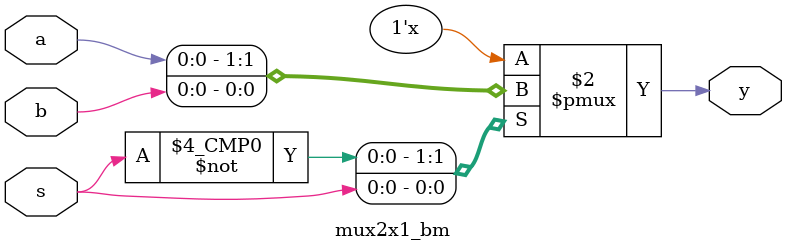
<source format=v>

module mux2x1_bm(
input a,b,s,
output reg y);

/*always @(*)begin
	if(s) 
		y=a;
	else
		y=b;
end  */

always @(*)begin
case(s)
	1'b0 : y=a;
	1'b1 : y=b;
endcase



end


endmodule

</source>
